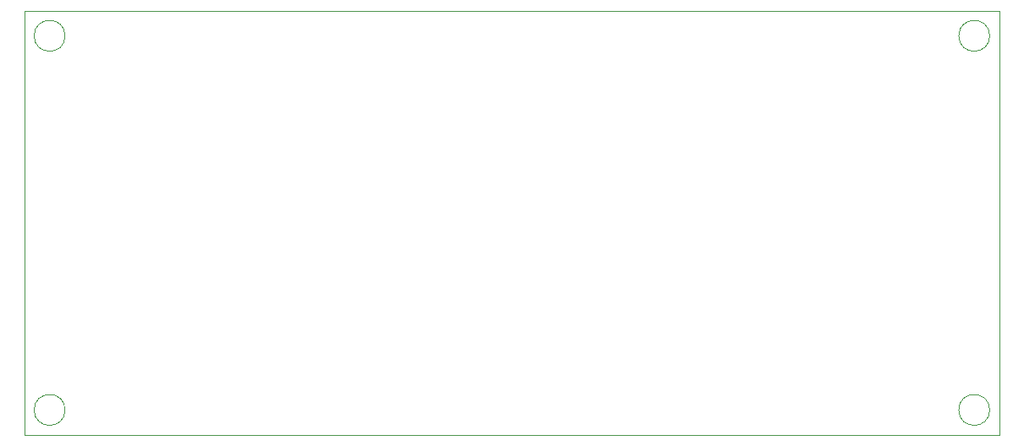
<source format=gbr>
%TF.GenerationSoftware,KiCad,Pcbnew,8.0.4*%
%TF.CreationDate,2024-08-26T16:43:06+08:00*%
%TF.ProjectId,ESP8266_Calib_Module,45535038-3236-4365-9f43-616c69625f4d,rev?*%
%TF.SameCoordinates,Original*%
%TF.FileFunction,Profile,NP*%
%FSLAX46Y46*%
G04 Gerber Fmt 4.6, Leading zero omitted, Abs format (unit mm)*
G04 Created by KiCad (PCBNEW 8.0.4) date 2024-08-26 16:43:06*
%MOMM*%
%LPD*%
G01*
G04 APERTURE LIST*
%TA.AperFunction,Profile*%
%ADD10C,0.100000*%
%TD*%
%TA.AperFunction,Profile*%
%ADD11C,0.050000*%
%TD*%
G04 APERTURE END LIST*
D10*
X25000000Y-25000000D02*
X122475000Y-25000000D01*
X122475000Y-67500000D01*
X25000000Y-67500000D01*
X25000000Y-25000000D01*
D11*
X29025000Y-27500000D02*
G75*
G02*
X25925000Y-27500000I-1550000J0D01*
G01*
X25925000Y-27500000D02*
G75*
G02*
X29025000Y-27500000I1550000J0D01*
G01*
X29025000Y-65000000D02*
G75*
G02*
X25925000Y-65000000I-1550000J0D01*
G01*
X25925000Y-65000000D02*
G75*
G02*
X29025000Y-65000000I1550000J0D01*
G01*
X121525000Y-65000000D02*
G75*
G02*
X118425000Y-65000000I-1550000J0D01*
G01*
X118425000Y-65000000D02*
G75*
G02*
X121525000Y-65000000I1550000J0D01*
G01*
X121525000Y-27500000D02*
G75*
G02*
X118425000Y-27500000I-1550000J0D01*
G01*
X118425000Y-27500000D02*
G75*
G02*
X121525000Y-27500000I1550000J0D01*
G01*
M02*

</source>
